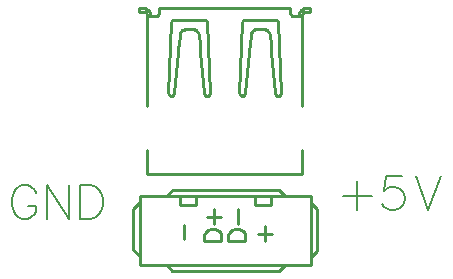
<source format=gto>
G04 Layer: TopSilkscreenLayer*
G04 EasyEDA v6.5.1, 2022-06-13 06:58:02*
G04 a67cddfb3fce44daa9051d46cbbcc19f,10*
G04 Gerber Generator version 0.2*
G04 Scale: 100 percent, Rotated: No, Reflected: No *
G04 Dimensions in millimeters *
G04 leading zeros omitted , absolute positions ,4 integer and 5 decimal *
%FSLAX45Y45*%
%MOMM*%

%ADD10C,0.2540*%
%ADD18C,0.2032*%

%LPD*%
D18*
X404621Y1684642D02*
G01*
X390905Y1711820D01*
X363728Y1738998D01*
X336295Y1752714D01*
X281939Y1752714D01*
X254507Y1738998D01*
X227329Y1711820D01*
X213613Y1684642D01*
X199897Y1643748D01*
X199897Y1575422D01*
X213613Y1534528D01*
X227329Y1507350D01*
X254507Y1479918D01*
X281939Y1466456D01*
X336295Y1466456D01*
X363728Y1479918D01*
X390905Y1507350D01*
X404621Y1534528D01*
X404621Y1575422D01*
X336295Y1575422D02*
G01*
X404621Y1575422D01*
X494537Y1752714D02*
G01*
X494537Y1466456D01*
X494537Y1752714D02*
G01*
X685545Y1466456D01*
X685545Y1752714D02*
G01*
X685545Y1466456D01*
X775462Y1752714D02*
G01*
X775462Y1466456D01*
X775462Y1752714D02*
G01*
X870965Y1752714D01*
X911860Y1738998D01*
X939037Y1711820D01*
X952754Y1684642D01*
X966470Y1643748D01*
X966470Y1575422D01*
X952754Y1534528D01*
X939037Y1507350D01*
X911860Y1479918D01*
X870965Y1466456D01*
X775462Y1466456D01*
X3122675Y1786783D02*
G01*
X3122675Y1541419D01*
X2999993Y1664101D02*
G01*
X3245358Y1664101D01*
X3499104Y1827677D02*
G01*
X3362706Y1827677D01*
X3348990Y1704995D01*
X3362706Y1718711D01*
X3403600Y1732173D01*
X3444493Y1732173D01*
X3485388Y1718711D01*
X3512820Y1691279D01*
X3526281Y1650385D01*
X3526281Y1623207D01*
X3512820Y1582313D01*
X3485388Y1554881D01*
X3444493Y1541419D01*
X3403600Y1541419D01*
X3362706Y1554881D01*
X3348990Y1568597D01*
X3335527Y1596029D01*
X3616452Y1827677D02*
G01*
X3725418Y1541419D01*
X3834638Y1827677D02*
G01*
X3725418Y1541419D01*
D10*
X1657101Y1292522D02*
G01*
X1657101Y1417236D01*
X1828043Y1279822D02*
G01*
X1973331Y1279822D01*
X1828043Y1279822D02*
G01*
X1828043Y1328336D01*
X1834901Y1349164D01*
X1848871Y1362880D01*
X1862587Y1369992D01*
X1883415Y1376850D01*
X1917959Y1376850D01*
X1938787Y1369992D01*
X1952757Y1362880D01*
X1966473Y1349164D01*
X1973331Y1328336D01*
X1973331Y1279822D01*
X1848871Y1484800D02*
G01*
X1973331Y1484800D01*
X1911101Y1422570D02*
G01*
X1911101Y1547284D01*
X2031243Y1279822D02*
G01*
X2176531Y1279822D01*
X2031243Y1279822D02*
G01*
X2031243Y1328336D01*
X2038101Y1349164D01*
X2052071Y1362880D01*
X2065787Y1369992D01*
X2086615Y1376850D01*
X2121159Y1376850D01*
X2141987Y1369992D01*
X2155957Y1362880D01*
X2169673Y1349164D01*
X2176531Y1328336D01*
X2176531Y1279822D01*
X2114301Y1422570D02*
G01*
X2114301Y1547284D01*
X2280671Y1342052D02*
G01*
X2405131Y1342052D01*
X2342901Y1279822D02*
G01*
X2342901Y1404536D01*
X1759564Y1646217D02*
G01*
X1759564Y1580177D01*
X1624944Y1580177D01*
X1624944Y1630977D01*
X1624944Y1646217D01*
X2257404Y1653837D02*
G01*
X2257404Y1638597D01*
X2257404Y1587797D01*
X2392024Y1587797D01*
X2392024Y1653837D01*
X1279504Y1605577D02*
G01*
X1226164Y1552237D01*
X1226164Y1206797D01*
X1279504Y1153457D01*
X2734924Y1600497D02*
G01*
X2783184Y1552237D01*
X2783184Y1196637D01*
X2730708Y1144160D01*
X2730708Y1079365D01*
X2730708Y1656377D01*
X1280698Y1656377D01*
X1495404Y1658917D02*
G01*
X1505564Y1658917D01*
X1558904Y1712257D01*
X2463144Y1712257D01*
X2511404Y1663997D01*
X1508104Y1074717D02*
G01*
X1556364Y1026457D01*
X2460604Y1026457D01*
X2513944Y1079797D01*
X2524104Y1079797D01*
X1280368Y1659374D02*
G01*
X1280368Y1079365D01*
X2730708Y1079365D01*
X1342951Y2050455D02*
G01*
X1342951Y1850555D01*
X2391097Y2911706D02*
G01*
X2389776Y2925541D01*
X2431237Y3149912D02*
G01*
X2169380Y3149912D01*
X1443662Y3250575D02*
G01*
X1999945Y3250575D01*
X2212131Y2939331D02*
G01*
X2211491Y2934743D01*
X2389131Y2939331D02*
G01*
X2389131Y2934743D01*
X1610761Y2939331D02*
G01*
X1610121Y2934743D01*
X1787761Y2939331D02*
G01*
X1787761Y2934743D01*
X2206221Y2878162D02*
G01*
X2209520Y2911706D01*
X1787761Y2934743D02*
G01*
X1788406Y2925541D01*
X1610121Y2934743D02*
G01*
X1609432Y2925541D01*
X1604850Y2878162D02*
G01*
X1608150Y2911706D01*
X1793031Y2878162D02*
G01*
X1789727Y2911706D01*
X2211491Y2934743D02*
G01*
X2210803Y2925541D01*
X2389131Y2934743D02*
G01*
X2389776Y2925541D01*
X1373243Y3190052D02*
G01*
X1372133Y3201690D01*
X1368902Y3212586D01*
X1363786Y3222503D01*
X1356339Y3231929D01*
X1347967Y3239178D01*
X1337505Y3245210D01*
X1325885Y3249099D01*
X1314338Y3250557D01*
X1342951Y3190052D02*
G01*
X1342616Y3195929D01*
X1341295Y3200941D01*
X1338628Y3206292D01*
X1334912Y3210943D01*
X1330703Y3214496D01*
X1325438Y3217473D01*
X1320068Y3219333D01*
X1313842Y3220270D01*
X1413377Y3180153D02*
G01*
X1420037Y3181103D01*
X1425531Y3182833D01*
X1429997Y3185121D01*
X1434523Y3188644D01*
X1437934Y3192663D01*
X1440787Y3197821D01*
X1442595Y3203272D01*
X1443626Y3209894D01*
X1568008Y3149912D02*
G01*
X1562056Y3149229D01*
X1556146Y3146612D01*
X1552209Y3141992D01*
X1548909Y3136714D01*
X1547583Y3130806D01*
X2169380Y3149912D02*
G01*
X2163427Y3149229D01*
X2157516Y3146612D01*
X2153574Y3141992D01*
X2150275Y3136714D01*
X2149635Y3130806D01*
X1850262Y3130806D02*
G01*
X1849523Y3134923D01*
X1848129Y3138761D01*
X1846120Y3142203D01*
X1843534Y3145149D01*
X1840682Y3147326D01*
X1837438Y3148901D01*
X1833808Y3149787D01*
X1830207Y3149942D01*
X2380561Y3029503D02*
G01*
X2379085Y3037522D01*
X2375890Y3045426D01*
X2371260Y3052391D01*
X2365400Y3058350D01*
X2357940Y3063585D01*
X2349581Y3067491D01*
X2340607Y3069960D01*
X2331293Y3070915D01*
X2380561Y3029503D02*
G01*
X2389131Y2939331D01*
X2206221Y2878162D02*
G01*
X2174608Y2531407D01*
X2212131Y2939331D02*
G01*
X2220013Y3029503D01*
X2209520Y2911706D02*
G01*
X2210803Y2925541D01*
X2149635Y3130806D02*
G01*
X2125266Y2534706D01*
X2270051Y3070933D02*
G01*
X2260691Y3069978D01*
X2251732Y3067560D01*
X2243378Y3063753D01*
X2236452Y3059064D01*
X2230015Y3052782D01*
X2225266Y3045942D01*
X2222091Y3038848D01*
X2220104Y3030247D01*
X2270043Y3070920D02*
G01*
X2330574Y3070920D01*
X1729201Y3070920D02*
G01*
X1668678Y3070920D01*
X1729209Y3070933D02*
G01*
X1737817Y3070202D01*
X1747540Y3067728D01*
X1755955Y3063938D01*
X1763501Y3058797D01*
X1769442Y3052925D01*
X1774192Y3046041D01*
X1777509Y3038210D01*
X1779122Y3030260D01*
X1850255Y3130806D02*
G01*
X1874588Y2534706D01*
X1568008Y3149912D02*
G01*
X1829866Y3149912D01*
X1342951Y3180153D02*
G01*
X1413377Y3180153D01*
X1793031Y2878162D02*
G01*
X1824596Y2531407D01*
X1787761Y2939331D02*
G01*
X1779191Y3029503D01*
X1789727Y2911706D02*
G01*
X1788406Y2925541D01*
X1277843Y3220288D02*
G01*
X1313352Y3220288D01*
X1313352Y3250575D02*
G01*
X1277843Y3250575D01*
X1618642Y3029503D02*
G01*
X1620286Y3037484D01*
X1623560Y3045327D01*
X1628198Y3052254D01*
X1634015Y3058177D01*
X1641401Y3063405D01*
X1649691Y3067324D01*
X1658627Y3069849D01*
X1667954Y3070903D01*
X1604850Y2878162D02*
G01*
X1573237Y2531407D01*
X1610761Y2939331D02*
G01*
X1618642Y3029503D01*
X1608150Y2911706D02*
G01*
X1609432Y2925541D01*
X1523893Y2534706D02*
G01*
X1547583Y3130806D01*
X1443662Y3250575D02*
G01*
X1443662Y3210435D01*
X1373235Y3180153D02*
G01*
X1373235Y3190052D01*
X1277843Y3250575D02*
G01*
X1277843Y3220288D01*
X1523888Y2534706D02*
G01*
X1525346Y2525087D01*
X1529829Y2517056D01*
X1537103Y2511333D01*
X1541698Y2509547D01*
X1546547Y2508722D01*
X1551465Y2508846D01*
X1556296Y2509926D01*
X1563867Y2514099D01*
X1569801Y2521237D01*
X1573070Y2530444D01*
X1824596Y2531407D02*
G01*
X1827982Y2521374D01*
X1833864Y2514267D01*
X1842089Y2509814D01*
X1851162Y2508704D01*
X1860042Y2510886D01*
X1867613Y2516311D01*
X1872531Y2524158D01*
X1874545Y2533726D01*
X2125266Y2534706D02*
G01*
X2126828Y2525100D01*
X2131380Y2517063D01*
X2138685Y2511358D01*
X2147409Y2508829D01*
X2156457Y2509578D01*
X2164753Y2513695D01*
X2170813Y2520561D01*
X2174440Y2530444D01*
X1342951Y3190052D02*
G01*
X1342951Y2420051D01*
X2394397Y2878162D02*
G01*
X2391097Y2911706D01*
X2451633Y3130806D02*
G01*
X2450807Y3135233D01*
X2449370Y3139041D01*
X2447305Y3142452D01*
X2444897Y3145149D01*
X2442052Y3147326D01*
X2438803Y3148901D01*
X2435181Y3149787D01*
X2431572Y3149942D01*
X2394397Y2878162D02*
G01*
X2425966Y2531407D01*
X2475958Y2534706D02*
G01*
X2451625Y3130806D01*
X2656933Y3190052D02*
G01*
X2656933Y2420051D01*
X2626649Y3190052D02*
G01*
X2627764Y3201690D01*
X2630990Y3212586D01*
X2636105Y3222503D01*
X2643545Y3231929D01*
X2651925Y3239178D01*
X2662384Y3245210D01*
X2674012Y3249099D01*
X2685547Y3250557D01*
X2656933Y3190052D02*
G01*
X2657208Y3195459D01*
X2658597Y3200941D01*
X2661257Y3206292D01*
X2664970Y3210943D01*
X2669189Y3214496D01*
X2674447Y3217473D01*
X2679824Y3219333D01*
X2686050Y3220270D01*
X2586515Y3180153D02*
G01*
X2579855Y3181103D01*
X2574361Y3182833D01*
X2569517Y3185358D01*
X2565369Y3188644D01*
X2561958Y3192663D01*
X2559105Y3197821D01*
X2557178Y3203750D01*
X2556266Y3209894D01*
X2656933Y3180153D02*
G01*
X2586515Y3180153D01*
X2722046Y3220288D02*
G01*
X2686540Y3220288D01*
X2686540Y3250575D02*
G01*
X2722046Y3250575D01*
X2556233Y3250575D02*
G01*
X2556233Y3210435D01*
X2626654Y3180153D02*
G01*
X2626654Y3190052D01*
X2722046Y3250575D02*
G01*
X2722046Y3220288D01*
X2556233Y3250575D02*
G01*
X1999945Y3250575D01*
X2656933Y2050542D02*
G01*
X2656933Y1850641D01*
X2656933Y1850555D02*
G01*
X1342951Y1850555D01*
X2425966Y2531407D02*
G01*
X2429055Y2521894D01*
X2434894Y2514508D01*
X2443162Y2509913D01*
X2452334Y2508747D01*
X2461326Y2510856D01*
X2468996Y2516139D01*
X2473939Y2523705D01*
X2475364Y2528430D01*
X2475948Y2533769D01*
M02*

</source>
